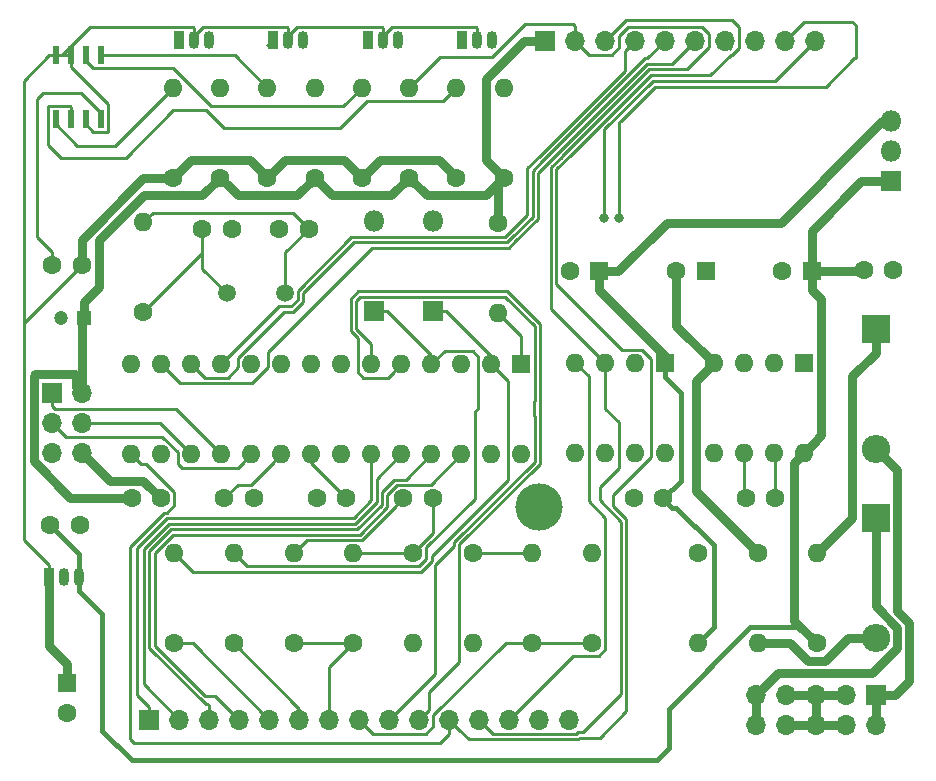
<source format=gtl>
G04 #@! TF.GenerationSoftware,KiCad,Pcbnew,(5.0.0)*
G04 #@! TF.CreationDate,2019-04-04T01:40:39-07:00*
G04 #@! TF.ProjectId,kicad-cpu-board,6B696361642D6370752D626F6172642E,rev?*
G04 #@! TF.SameCoordinates,Original*
G04 #@! TF.FileFunction,Copper,L1,Top,Signal*
G04 #@! TF.FilePolarity,Positive*
%FSLAX46Y46*%
G04 Gerber Fmt 4.6, Leading zero omitted, Abs format (unit mm)*
G04 Created by KiCad (PCBNEW (5.0.0)) date 04/04/19 01:40:39*
%MOMM*%
%LPD*%
G01*
G04 APERTURE LIST*
G04 #@! TA.AperFunction,ComponentPad*
%ADD10R,1.600000X1.600000*%
G04 #@! TD*
G04 #@! TA.AperFunction,ComponentPad*
%ADD11O,1.600000X1.600000*%
G04 #@! TD*
G04 #@! TA.AperFunction,ComponentPad*
%ADD12C,1.600000*%
G04 #@! TD*
G04 #@! TA.AperFunction,ComponentPad*
%ADD13C,1.200000*%
G04 #@! TD*
G04 #@! TA.AperFunction,ComponentPad*
%ADD14R,1.200000X1.200000*%
G04 #@! TD*
G04 #@! TA.AperFunction,ComponentPad*
%ADD15O,1.800000X1.800000*%
G04 #@! TD*
G04 #@! TA.AperFunction,ComponentPad*
%ADD16R,1.800000X1.800000*%
G04 #@! TD*
G04 #@! TA.AperFunction,ComponentPad*
%ADD17R,2.400000X2.400000*%
G04 #@! TD*
G04 #@! TA.AperFunction,ComponentPad*
%ADD18O,2.400000X2.400000*%
G04 #@! TD*
G04 #@! TA.AperFunction,ComponentPad*
%ADD19O,1.700000X1.700000*%
G04 #@! TD*
G04 #@! TA.AperFunction,ComponentPad*
%ADD20R,1.700000X1.700000*%
G04 #@! TD*
G04 #@! TA.AperFunction,ComponentPad*
%ADD21O,0.900000X1.500000*%
G04 #@! TD*
G04 #@! TA.AperFunction,ComponentPad*
%ADD22R,0.900000X1.500000*%
G04 #@! TD*
G04 #@! TA.AperFunction,SMDPad,CuDef*
%ADD23R,0.600000X1.550000*%
G04 #@! TD*
G04 #@! TA.AperFunction,ComponentPad*
%ADD24C,1.500000*%
G04 #@! TD*
G04 #@! TA.AperFunction,ViaPad*
%ADD25C,4.000000*%
G04 #@! TD*
G04 #@! TA.AperFunction,ViaPad*
%ADD26C,0.800000*%
G04 #@! TD*
G04 #@! TA.AperFunction,Conductor*
%ADD27C,0.250000*%
G04 #@! TD*
G04 #@! TA.AperFunction,Conductor*
%ADD28C,0.800000*%
G04 #@! TD*
G04 #@! TA.AperFunction,Conductor*
%ADD29C,0.400000*%
G04 #@! TD*
G04 APERTURE END LIST*
D10*
G04 #@! TO.P,U106,1*
G04 #@! TO.N,+5V*
X80200000Y-76900000D03*
D11*
G04 #@! TO.P,U106,5*
G04 #@! TO.N,GND*
X72580000Y-84520000D03*
G04 #@! TO.P,U106,2*
G04 #@! TO.N,CS3*
X77660000Y-76900000D03*
G04 #@! TO.P,U106,6*
G04 #@! TO.N,Net-(U105-Pad5)*
X75120000Y-84520000D03*
G04 #@! TO.P,U106,3*
G04 #@! TO.N,SCK*
X75120000Y-76900000D03*
G04 #@! TO.P,U106,7*
G04 #@! TO.N,GND*
X77660000Y-84520000D03*
G04 #@! TO.P,U106,4*
G04 #@! TO.N,MOSI*
X72580000Y-76900000D03*
G04 #@! TO.P,U106,8*
G04 #@! TO.N,Net-(U105-Pad3)*
X80200000Y-84520000D03*
G04 #@! TD*
D12*
G04 #@! TO.P,C115,1*
G04 #@! TO.N,+12V*
X97000000Y-69000000D03*
G04 #@! TO.P,C115,2*
G04 #@! TO.N,GND*
X99500000Y-69000000D03*
G04 #@! TD*
G04 #@! TO.P,C116,2*
G04 #@! TO.N,GND*
X30625001Y-90625001D03*
G04 #@! TO.P,C116,1*
G04 #@! TO.N,+12V*
X28125001Y-90625001D03*
G04 #@! TD*
D11*
G04 #@! TO.P,U103,28*
G04 #@! TO.N,ENC2*
X68000000Y-84620000D03*
G04 #@! TO.P,U103,14*
G04 #@! TO.N,CS2*
X34980000Y-77000000D03*
G04 #@! TO.P,U103,27*
G04 #@! TO.N,ENC1*
X65460000Y-84620000D03*
G04 #@! TO.P,U103,13*
G04 #@! TO.N,DIG3*
X37520000Y-77000000D03*
G04 #@! TO.P,U103,26*
G04 #@! TO.N,AD4*
X62920000Y-84620000D03*
G04 #@! TO.P,U103,12*
G04 #@! TO.N,DIG2*
X40060000Y-77000000D03*
G04 #@! TO.P,U103,25*
G04 #@! TO.N,AD3*
X60380000Y-84620000D03*
G04 #@! TO.P,U103,11*
G04 #@! TO.N,DIG1*
X42600000Y-77000000D03*
G04 #@! TO.P,U103,24*
G04 #@! TO.N,AD2*
X57840000Y-84620000D03*
G04 #@! TO.P,U103,10*
G04 #@! TO.N,Net-(C107-Pad2)*
X45140000Y-77000000D03*
G04 #@! TO.P,U103,23*
G04 #@! TO.N,AD1*
X55300000Y-84620000D03*
G04 #@! TO.P,U103,9*
G04 #@! TO.N,Net-(C105-Pad2)*
X47680000Y-77000000D03*
G04 #@! TO.P,U103,22*
G04 #@! TO.N,GND*
X52760000Y-84620000D03*
G04 #@! TO.P,U103,8*
X50220000Y-77000000D03*
G04 #@! TO.P,U103,21*
G04 #@! TO.N,Net-(C106-Pad1)*
X50220000Y-84620000D03*
G04 #@! TO.P,U103,7*
G04 #@! TO.N,+5V*
X52760000Y-77000000D03*
G04 #@! TO.P,U103,20*
G04 #@! TO.N,Net-(C104-Pad1)*
X47680000Y-84620000D03*
G04 #@! TO.P,U103,6*
G04 #@! TO.N,ResetIn*
X55300000Y-77000000D03*
G04 #@! TO.P,U103,19*
G04 #@! TO.N,SCK*
X45140000Y-84620000D03*
G04 #@! TO.P,U103,5*
G04 #@! TO.N,ClockIn*
X57840000Y-77000000D03*
G04 #@! TO.P,U103,18*
G04 #@! TO.N,MISO*
X42600000Y-84620000D03*
G04 #@! TO.P,U103,4*
G04 #@! TO.N,Net-(D102-Pad1)*
X60380000Y-77000000D03*
G04 #@! TO.P,U103,17*
G04 #@! TO.N,MOSI*
X40060000Y-84620000D03*
G04 #@! TO.P,U103,3*
G04 #@! TO.N,CS3*
X62920000Y-77000000D03*
G04 #@! TO.P,U103,16*
G04 #@! TO.N,CS0*
X37520000Y-84620000D03*
G04 #@! TO.P,U103,2*
G04 #@! TO.N,Net-(D101-Pad1)*
X65460000Y-77000000D03*
G04 #@! TO.P,U103,15*
G04 #@! TO.N,CS1*
X34980000Y-84620000D03*
D10*
G04 #@! TO.P,U103,1*
G04 #@! TO.N,RESET*
X68000000Y-77000000D03*
G04 #@! TD*
D12*
G04 #@! TO.P,C101,2*
G04 #@! TO.N,GND*
X72100000Y-69100000D03*
D10*
G04 #@! TO.P,C101,1*
G04 #@! TO.N,+5V*
X74600000Y-69100000D03*
G04 #@! TD*
D13*
G04 #@! TO.P,C102,2*
G04 #@! TO.N,GND*
X29000000Y-73100000D03*
D14*
G04 #@! TO.P,C102,1*
G04 #@! TO.N,+5V*
X31000000Y-73100000D03*
G04 #@! TD*
D12*
G04 #@! TO.P,C103,1*
G04 #@! TO.N,+5V*
X80000000Y-88350000D03*
G04 #@! TO.P,C103,2*
G04 #@! TO.N,GND*
X77500000Y-88350000D03*
G04 #@! TD*
G04 #@! TO.P,C104,2*
G04 #@! TO.N,GND*
X45350000Y-88350000D03*
G04 #@! TO.P,C104,1*
G04 #@! TO.N,Net-(C104-Pad1)*
X42850000Y-88350000D03*
G04 #@! TD*
G04 #@! TO.P,C105,2*
G04 #@! TO.N,Net-(C105-Pad2)*
X50000000Y-65500000D03*
G04 #@! TO.P,C105,1*
G04 #@! TO.N,GND*
X47500000Y-65500000D03*
G04 #@! TD*
G04 #@! TO.P,C106,1*
G04 #@! TO.N,Net-(C106-Pad1)*
X53200000Y-88350000D03*
G04 #@! TO.P,C106,2*
G04 #@! TO.N,GND*
X50700000Y-88350000D03*
G04 #@! TD*
G04 #@! TO.P,C107,2*
G04 #@! TO.N,Net-(C107-Pad2)*
X41000000Y-65500000D03*
G04 #@! TO.P,C107,1*
G04 #@! TO.N,GND*
X43500000Y-65500000D03*
G04 #@! TD*
D10*
G04 #@! TO.P,C108,1*
G04 #@! TO.N,+3V3*
X29525000Y-104000000D03*
D12*
G04 #@! TO.P,C108,2*
G04 #@! TO.N,GND*
X29525000Y-106500000D03*
G04 #@! TD*
G04 #@! TO.P,C109,2*
G04 #@! TO.N,GND*
X90100000Y-69100000D03*
D10*
G04 #@! TO.P,C109,1*
G04 #@! TO.N,+12V*
X92600000Y-69100000D03*
G04 #@! TD*
G04 #@! TO.P,C110,1*
G04 #@! TO.N,GND*
X83600000Y-69100000D03*
D12*
G04 #@! TO.P,C110,2*
G04 #@! TO.N,-12VA*
X81100000Y-69100000D03*
G04 #@! TD*
G04 #@! TO.P,C111,2*
G04 #@! TO.N,+3V3*
X30775000Y-68600000D03*
G04 #@! TO.P,C111,1*
G04 #@! TO.N,GND*
X28275000Y-68600000D03*
G04 #@! TD*
G04 #@! TO.P,C112,2*
G04 #@! TO.N,GND*
X37500000Y-88350000D03*
G04 #@! TO.P,C112,1*
G04 #@! TO.N,+5V*
X35000000Y-88350000D03*
G04 #@! TD*
G04 #@! TO.P,C113,1*
G04 #@! TO.N,Net-(C113-Pad1)*
X58000000Y-88350000D03*
G04 #@! TO.P,C113,2*
G04 #@! TO.N,Net-(C113-Pad2)*
X60500000Y-88350000D03*
G04 #@! TD*
G04 #@! TO.P,C114,2*
G04 #@! TO.N,Net-(C114-Pad2)*
X87000000Y-88350000D03*
G04 #@! TO.P,C114,1*
G04 #@! TO.N,Net-(C114-Pad1)*
X89500000Y-88350000D03*
G04 #@! TD*
D15*
G04 #@! TO.P,D101,2*
G04 #@! TO.N,GND*
X60500000Y-64880000D03*
D16*
G04 #@! TO.P,D101,1*
G04 #@! TO.N,Net-(D101-Pad1)*
X60500000Y-72500000D03*
G04 #@! TD*
G04 #@! TO.P,D102,1*
G04 #@! TO.N,Net-(D102-Pad1)*
X55500000Y-72500000D03*
D15*
G04 #@! TO.P,D102,2*
G04 #@! TO.N,GND*
X55500000Y-64880000D03*
G04 #@! TD*
D17*
G04 #@! TO.P,D103,1*
G04 #@! TO.N,Net-(D103-Pad1)*
X98000000Y-74000000D03*
D18*
G04 #@! TO.P,D103,2*
G04 #@! TO.N,Net-(D103-Pad2)*
X98000000Y-84160000D03*
G04 #@! TD*
G04 #@! TO.P,D104,2*
G04 #@! TO.N,Net-(D104-Pad2)*
X98000000Y-100160000D03*
D17*
G04 #@! TO.P,D104,1*
G04 #@! TO.N,Net-(D104-Pad1)*
X98000000Y-90000000D03*
G04 #@! TD*
D19*
G04 #@! TO.P,J101,6*
G04 #@! TO.N,GND*
X30790000Y-84480000D03*
G04 #@! TO.P,J101,5*
G04 #@! TO.N,RESET*
X28250000Y-84480000D03*
G04 #@! TO.P,J101,4*
G04 #@! TO.N,MOSI*
X30790000Y-81940000D03*
G04 #@! TO.P,J101,3*
G04 #@! TO.N,SCK*
X28250000Y-81940000D03*
G04 #@! TO.P,J101,2*
G04 #@! TO.N,+5V*
X30790000Y-79400000D03*
D20*
G04 #@! TO.P,J101,1*
G04 #@! TO.N,MISO*
X28250000Y-79400000D03*
G04 #@! TD*
D19*
G04 #@! TO.P,J102,10*
G04 #@! TO.N,ENC1*
X92875993Y-49594547D03*
G04 #@! TO.P,J102,9*
G04 #@! TO.N,ENC2*
X90335993Y-49594547D03*
G04 #@! TO.P,J102,8*
G04 #@! TO.N,GND*
X87795993Y-49594547D03*
G04 #@! TO.P,J102,7*
X85255993Y-49594547D03*
G04 #@! TO.P,J102,6*
G04 #@! TO.N,DIG3*
X82715993Y-49594547D03*
G04 #@! TO.P,J102,5*
G04 #@! TO.N,DIG2*
X80175993Y-49594547D03*
G04 #@! TO.P,J102,4*
G04 #@! TO.N,DIG1*
X77635993Y-49594547D03*
G04 #@! TO.P,J102,3*
G04 #@! TO.N,CS1*
X75095993Y-49594547D03*
G04 #@! TO.P,J102,2*
G04 #@! TO.N,SCK*
X72555993Y-49594547D03*
D20*
G04 #@! TO.P,J102,1*
G04 #@! TO.N,+5V*
X70015993Y-49594547D03*
G04 #@! TD*
D19*
G04 #@! TO.P,J103,15*
G04 #@! TO.N,CS0*
X72075993Y-107094547D03*
G04 #@! TO.P,J103,14*
G04 #@! TO.N,MISO*
X69535993Y-107094547D03*
G04 #@! TO.P,J103,13*
G04 #@! TO.N,MOSI*
X66995993Y-107094547D03*
G04 #@! TO.P,J103,12*
G04 #@! TO.N,SCK*
X64455993Y-107094547D03*
G04 #@! TO.P,J103,11*
G04 #@! TO.N,CS1*
X61915993Y-107094547D03*
G04 #@! TO.P,J103,10*
G04 #@! TO.N,ClockIn*
X59375993Y-107094547D03*
G04 #@! TO.P,J103,9*
G04 #@! TO.N,ResetIn*
X56835993Y-107094547D03*
G04 #@! TO.P,J103,8*
G04 #@! TO.N,CV*
X54295993Y-107094547D03*
G04 #@! TO.P,J103,7*
G04 #@! TO.N,Pitch*
X51755993Y-107094547D03*
G04 #@! TO.P,J103,6*
G04 #@! TO.N,ClockOut*
X49215993Y-107094547D03*
G04 #@! TO.P,J103,5*
G04 #@! TO.N,Gate*
X46675993Y-107094547D03*
G04 #@! TO.P,J103,4*
G04 #@! TO.N,AD4*
X44135993Y-107094547D03*
G04 #@! TO.P,J103,3*
G04 #@! TO.N,AD3*
X41595993Y-107094547D03*
G04 #@! TO.P,J103,2*
G04 #@! TO.N,AD2*
X39055993Y-107094547D03*
D20*
G04 #@! TO.P,J103,1*
G04 #@! TO.N,AD1*
X36515993Y-107094547D03*
G04 #@! TD*
D19*
G04 #@! TO.P,J104,10*
G04 #@! TO.N,Net-(D104-Pad1)*
X87840000Y-107540000D03*
G04 #@! TO.P,J104,9*
X87840000Y-105000000D03*
G04 #@! TO.P,J104,8*
G04 #@! TO.N,GND*
X90380000Y-107540000D03*
G04 #@! TO.P,J104,7*
X90380000Y-105000000D03*
G04 #@! TO.P,J104,6*
X92920000Y-107540000D03*
G04 #@! TO.P,J104,5*
X92920000Y-105000000D03*
G04 #@! TO.P,J104,4*
X95460000Y-107540000D03*
G04 #@! TO.P,J104,3*
X95460000Y-105000000D03*
G04 #@! TO.P,J104,2*
G04 #@! TO.N,Net-(D103-Pad2)*
X98000000Y-107540000D03*
D20*
G04 #@! TO.P,J104,1*
X98000000Y-105000000D03*
G04 #@! TD*
D11*
G04 #@! TO.P,L101,2*
G04 #@! TO.N,+5V*
X83000000Y-100570000D03*
D12*
G04 #@! TO.P,L101,1*
G04 #@! TO.N,Net-(C104-Pad1)*
X83000000Y-92950000D03*
G04 #@! TD*
D11*
G04 #@! TO.P,L102,2*
G04 #@! TO.N,Net-(D103-Pad1)*
X93000000Y-92980000D03*
D12*
G04 #@! TO.P,L102,1*
G04 #@! TO.N,+12V*
X93000000Y-100600000D03*
G04 #@! TD*
G04 #@! TO.P,L103,1*
G04 #@! TO.N,-12VA*
X88000000Y-92950000D03*
D11*
G04 #@! TO.P,L103,2*
G04 #@! TO.N,Net-(D104-Pad2)*
X88000000Y-100570000D03*
G04 #@! TD*
D21*
G04 #@! TO.P,Q101,2*
G04 #@! TO.N,+3V3*
X64270000Y-49500000D03*
G04 #@! TO.P,Q101,3*
G04 #@! TO.N,MISO*
X65540000Y-49500000D03*
D22*
G04 #@! TO.P,Q101,1*
G04 #@! TO.N,Net-(Q101-Pad1)*
X63000000Y-49500000D03*
G04 #@! TD*
D21*
G04 #@! TO.P,Q102,2*
G04 #@! TO.N,+3V3*
X48270000Y-49500000D03*
G04 #@! TO.P,Q102,3*
G04 #@! TO.N,MOSI*
X49540000Y-49500000D03*
D22*
G04 #@! TO.P,Q102,1*
G04 #@! TO.N,Net-(Q102-Pad1)*
X47000000Y-49500000D03*
G04 #@! TD*
G04 #@! TO.P,Q103,1*
G04 #@! TO.N,Net-(Q103-Pad1)*
X39000000Y-49500000D03*
D21*
G04 #@! TO.P,Q103,3*
G04 #@! TO.N,CS2*
X41540000Y-49500000D03*
G04 #@! TO.P,Q103,2*
G04 #@! TO.N,+3V3*
X40270000Y-49500000D03*
G04 #@! TD*
D22*
G04 #@! TO.P,Q104,1*
G04 #@! TO.N,Net-(Q104-Pad1)*
X55000000Y-49500000D03*
D21*
G04 #@! TO.P,Q104,3*
G04 #@! TO.N,SCK*
X57540000Y-49500000D03*
G04 #@! TO.P,Q104,2*
G04 #@! TO.N,+3V3*
X56270000Y-49500000D03*
G04 #@! TD*
D12*
G04 #@! TO.P,R101,1*
G04 #@! TO.N,Net-(C107-Pad2)*
X36000000Y-72600000D03*
D11*
G04 #@! TO.P,R101,2*
G04 #@! TO.N,Net-(C105-Pad2)*
X36000000Y-64980000D03*
G04 #@! TD*
D12*
G04 #@! TO.P,R102,1*
G04 #@! TO.N,+5V*
X66000000Y-65000000D03*
D11*
G04 #@! TO.P,R102,2*
G04 #@! TO.N,RESET*
X66000000Y-72620000D03*
G04 #@! TD*
D12*
G04 #@! TO.P,R103,1*
G04 #@! TO.N,Gate*
X38600000Y-100600000D03*
D11*
G04 #@! TO.P,R103,2*
G04 #@! TO.N,Net-(D101-Pad1)*
X38600000Y-92980000D03*
G04 #@! TD*
G04 #@! TO.P,R104,2*
G04 #@! TO.N,Net-(Q101-Pad1)*
X62500000Y-53580000D03*
D12*
G04 #@! TO.P,R104,1*
G04 #@! TO.N,+3V3*
X62500000Y-61200000D03*
G04 #@! TD*
D11*
G04 #@! TO.P,R105,2*
G04 #@! TO.N,MISO*
X66500000Y-53580000D03*
D12*
G04 #@! TO.P,R105,1*
G04 #@! TO.N,+5V*
X66500000Y-61200000D03*
G04 #@! TD*
G04 #@! TO.P,R106,1*
G04 #@! TO.N,+3V3*
X46500000Y-61200000D03*
D11*
G04 #@! TO.P,R106,2*
G04 #@! TO.N,Net-(Q102-Pad1)*
X46500000Y-53580000D03*
G04 #@! TD*
G04 #@! TO.P,R107,2*
G04 #@! TO.N,MOSI*
X50500000Y-53580000D03*
D12*
G04 #@! TO.P,R107,1*
G04 #@! TO.N,+5V*
X50500000Y-61200000D03*
G04 #@! TD*
D11*
G04 #@! TO.P,R108,2*
G04 #@! TO.N,Net-(D102-Pad1)*
X43657142Y-92980000D03*
D12*
G04 #@! TO.P,R108,1*
G04 #@! TO.N,ClockOut*
X43657142Y-100600000D03*
G04 #@! TD*
D11*
G04 #@! TO.P,R109,2*
G04 #@! TO.N,Net-(Q103-Pad1)*
X38500000Y-53580000D03*
D12*
G04 #@! TO.P,R109,1*
G04 #@! TO.N,+3V3*
X38500000Y-61200000D03*
G04 #@! TD*
G04 #@! TO.P,R110,1*
G04 #@! TO.N,+5V*
X42500000Y-61200000D03*
D11*
G04 #@! TO.P,R110,2*
G04 #@! TO.N,CS2*
X42500000Y-53580000D03*
G04 #@! TD*
G04 #@! TO.P,R111,2*
G04 #@! TO.N,Net-(Q104-Pad1)*
X54500000Y-53580000D03*
D12*
G04 #@! TO.P,R111,1*
G04 #@! TO.N,+3V3*
X54500000Y-61200000D03*
G04 #@! TD*
G04 #@! TO.P,R112,1*
G04 #@! TO.N,+5V*
X58500000Y-61200000D03*
D11*
G04 #@! TO.P,R112,2*
G04 #@! TO.N,SCK*
X58500000Y-53580000D03*
G04 #@! TD*
G04 #@! TO.P,R113,2*
G04 #@! TO.N,Net-(C113-Pad1)*
X48714284Y-92980000D03*
D12*
G04 #@! TO.P,R113,1*
G04 #@! TO.N,Pitch*
X48714284Y-100600000D03*
G04 #@! TD*
G04 #@! TO.P,R114,1*
G04 #@! TO.N,Net-(C113-Pad2)*
X58828568Y-92950000D03*
D11*
G04 #@! TO.P,R114,2*
G04 #@! TO.N,GND*
X58828568Y-100570000D03*
G04 #@! TD*
G04 #@! TO.P,R115,2*
G04 #@! TO.N,Net-(C113-Pad2)*
X53771426Y-92980000D03*
D12*
G04 #@! TO.P,R115,1*
G04 #@! TO.N,Pitch*
X53771426Y-100600000D03*
G04 #@! TD*
G04 #@! TO.P,R116,1*
G04 #@! TO.N,CV*
X74000000Y-100600000D03*
D11*
G04 #@! TO.P,R116,2*
G04 #@! TO.N,Net-(C114-Pad1)*
X74000000Y-92980000D03*
G04 #@! TD*
G04 #@! TO.P,R117,2*
G04 #@! TO.N,GND*
X63885710Y-100570000D03*
D12*
G04 #@! TO.P,R117,1*
G04 #@! TO.N,Net-(C114-Pad2)*
X63885710Y-92950000D03*
G04 #@! TD*
G04 #@! TO.P,R118,1*
G04 #@! TO.N,CV*
X68942852Y-100600000D03*
D11*
G04 #@! TO.P,R118,2*
G04 #@! TO.N,Net-(C114-Pad2)*
X68942852Y-92980000D03*
G04 #@! TD*
D15*
G04 #@! TO.P,U101,3*
G04 #@! TO.N,+5V*
X99300000Y-56420000D03*
G04 #@! TO.P,U101,2*
G04 #@! TO.N,GND*
X99300000Y-58960000D03*
D16*
G04 #@! TO.P,U101,1*
G04 #@! TO.N,+12V*
X99300000Y-61500000D03*
G04 #@! TD*
D22*
G04 #@! TO.P,U102,1*
G04 #@! TO.N,+3V3*
X28000000Y-95000000D03*
D21*
G04 #@! TO.P,U102,3*
G04 #@! TO.N,+12V*
X30540000Y-95000000D03*
G04 #@! TO.P,U102,2*
G04 #@! TO.N,GND*
X29270000Y-95000000D03*
G04 #@! TD*
D23*
G04 #@! TO.P,U104,8*
G04 #@! TO.N,+3V3*
X28595000Y-50800000D03*
G04 #@! TO.P,U104,7*
X29865000Y-50800000D03*
G04 #@! TO.P,U104,6*
G04 #@! TO.N,Net-(Q104-Pad1)*
X31135000Y-50800000D03*
G04 #@! TO.P,U104,5*
G04 #@! TO.N,Net-(Q102-Pad1)*
X32405000Y-50800000D03*
G04 #@! TO.P,U104,4*
G04 #@! TO.N,GND*
X32405000Y-56200000D03*
G04 #@! TO.P,U104,3*
G04 #@! TO.N,+3V3*
X31135000Y-56200000D03*
G04 #@! TO.P,U104,2*
G04 #@! TO.N,Net-(Q101-Pad1)*
X29865000Y-56200000D03*
G04 #@! TO.P,U104,1*
G04 #@! TO.N,Net-(Q103-Pad1)*
X28595000Y-56200000D03*
G04 #@! TD*
D11*
G04 #@! TO.P,U105,8*
G04 #@! TO.N,+12V*
X91900000Y-84520000D03*
G04 #@! TO.P,U105,4*
G04 #@! TO.N,-12VA*
X84280000Y-76900000D03*
G04 #@! TO.P,U105,7*
G04 #@! TO.N,Net-(C114-Pad1)*
X89360000Y-84520000D03*
G04 #@! TO.P,U105,3*
G04 #@! TO.N,Net-(U105-Pad3)*
X86820000Y-76900000D03*
G04 #@! TO.P,U105,6*
G04 #@! TO.N,Net-(C114-Pad2)*
X86820000Y-84520000D03*
G04 #@! TO.P,U105,2*
G04 #@! TO.N,Net-(C113-Pad2)*
X89360000Y-76900000D03*
G04 #@! TO.P,U105,5*
G04 #@! TO.N,Net-(U105-Pad5)*
X84280000Y-84520000D03*
D10*
G04 #@! TO.P,U105,1*
G04 #@! TO.N,Net-(C113-Pad1)*
X91900000Y-76900000D03*
G04 #@! TD*
D24*
G04 #@! TO.P,Y101,2*
G04 #@! TO.N,Net-(C107-Pad2)*
X43100000Y-71000000D03*
G04 #@! TO.P,Y101,1*
G04 #@! TO.N,Net-(C105-Pad2)*
X48000000Y-71000000D03*
G04 #@! TD*
D25*
G04 #@! TO.N,GND*
X69500000Y-89050000D03*
D26*
G04 #@! TO.N,ENC1*
X75000000Y-64600000D03*
G04 #@! TO.N,ENC2*
X76300000Y-64600000D03*
G04 #@! TD*
D27*
G04 #@! TO.N,GND*
X28275000Y-67468630D02*
X27000000Y-66193630D01*
X28275000Y-68600000D02*
X28275000Y-67468630D01*
X27000000Y-66193630D02*
X27000000Y-54500000D01*
X27000000Y-54500000D02*
X27500000Y-54000000D01*
X32405000Y-55725000D02*
X32405000Y-56200000D01*
X30680000Y-54000000D02*
X32405000Y-55725000D01*
X27500000Y-54000000D02*
X30680000Y-54000000D01*
D28*
X95460000Y-105000000D02*
X90380000Y-105000000D01*
X90380000Y-107540000D02*
X95460000Y-107540000D01*
X92920000Y-107540000D02*
X92920000Y-105000000D01*
X31639999Y-85329999D02*
X30790000Y-84480000D01*
X33159999Y-86849999D02*
X31639999Y-85329999D01*
X35999999Y-86849999D02*
X33159999Y-86849999D01*
X37500000Y-88350000D02*
X35999999Y-86849999D01*
D27*
X85697998Y-50036274D02*
X85700000Y-50038276D01*
X85697998Y-48908272D02*
X85697998Y-50036274D01*
X85700000Y-50038276D02*
X85700000Y-50300000D01*
X88237998Y-49600000D02*
X88237998Y-50062002D01*
X88237998Y-49600000D02*
X88237998Y-48908272D01*
D28*
G04 #@! TO.N,+5V*
X66000000Y-61700000D02*
X66500000Y-61200000D01*
X66000000Y-65000000D02*
X66000000Y-61700000D01*
X30332500Y-78942500D02*
X30790000Y-79400000D01*
X30332500Y-78000000D02*
X30332500Y-78942500D01*
D29*
X80200000Y-78100000D02*
X80200000Y-76900000D01*
X81500001Y-79400001D02*
X80200000Y-78100000D01*
X81500001Y-86849999D02*
X81500001Y-79400001D01*
X80000000Y-88350000D02*
X81500001Y-86849999D01*
D28*
X26699999Y-77989999D02*
X26839999Y-77849999D01*
X26839999Y-77849999D02*
X30182499Y-77849999D01*
X26699999Y-85224001D02*
X26699999Y-77989999D01*
X29825998Y-88350000D02*
X26699999Y-85224001D01*
X35000000Y-88350000D02*
X29825998Y-88350000D01*
X30182499Y-77849999D02*
X30332500Y-78000000D01*
X43299999Y-61999999D02*
X42500000Y-61200000D01*
X44000001Y-62700001D02*
X43299999Y-61999999D01*
X48999999Y-62700001D02*
X44000001Y-62700001D01*
X50500000Y-61200000D02*
X48999999Y-62700001D01*
X93509999Y-61410001D02*
X93509999Y-61490001D01*
X98500000Y-56420000D02*
X93509999Y-61410001D01*
X93509999Y-61490001D02*
X90000000Y-65000000D01*
X76200000Y-69100000D02*
X74600000Y-69100000D01*
X80300000Y-65000000D02*
X76200000Y-69100000D01*
X90000000Y-65000000D02*
X80300000Y-65000000D01*
D29*
X80799999Y-89149999D02*
X80000000Y-88350000D01*
X81124001Y-89149999D02*
X80799999Y-89149999D01*
X84300001Y-92325999D02*
X81124001Y-89149999D01*
X84300001Y-99269999D02*
X84300001Y-92325999D01*
X83000000Y-100570000D02*
X84300001Y-99269999D01*
D28*
X65700001Y-61999999D02*
X66500000Y-61200000D01*
X64999999Y-62700001D02*
X65700001Y-61999999D01*
X60000001Y-62700001D02*
X64999999Y-62700001D01*
X58500000Y-61200000D02*
X60000001Y-62700001D01*
X51299999Y-61999999D02*
X50500000Y-61200000D01*
X52000001Y-62700001D02*
X51299999Y-61999999D01*
X56999999Y-62700001D02*
X52000001Y-62700001D01*
X58500000Y-61200000D02*
X56999999Y-62700001D01*
X30790000Y-73310000D02*
X31000000Y-73100000D01*
X30790000Y-79400000D02*
X30790000Y-73310000D01*
X65700001Y-60400001D02*
X66500000Y-61200000D01*
X64999999Y-59699999D02*
X65700001Y-60400001D01*
X64999999Y-52859999D02*
X64999999Y-59699999D01*
X31000000Y-71700000D02*
X31000000Y-73100000D01*
X32275001Y-70424999D02*
X31000000Y-71700000D01*
X32275001Y-66484997D02*
X32275001Y-70424999D01*
X36059997Y-62700001D02*
X32275001Y-66484997D01*
X40999999Y-62700001D02*
X36059997Y-62700001D01*
X42500000Y-61200000D02*
X40999999Y-62700001D01*
X68265451Y-49594547D02*
X67000000Y-50859998D01*
X70015993Y-49594547D02*
X68265451Y-49594547D01*
X67000000Y-50859998D02*
X64999999Y-52859999D01*
X74600000Y-70700000D02*
X80200000Y-76300000D01*
X74600000Y-69100000D02*
X74600000Y-70700000D01*
X80200000Y-76300000D02*
X80200000Y-76900000D01*
D27*
G04 #@! TO.N,Net-(C104-Pad1)*
X46880001Y-85419999D02*
X47680000Y-84620000D01*
X45075001Y-87224999D02*
X46880001Y-85419999D01*
X43975001Y-87224999D02*
X45075001Y-87224999D01*
X42850000Y-88350000D02*
X43975001Y-87224999D01*
G04 #@! TO.N,Net-(C105-Pad2)*
X48000000Y-67500000D02*
X50000000Y-65500000D01*
X48000000Y-71000000D02*
X48000000Y-67500000D01*
X36799999Y-64180001D02*
X36000000Y-64980000D01*
X48680001Y-64180001D02*
X36799999Y-64180001D01*
X50000000Y-65500000D02*
X48680001Y-64180001D01*
G04 #@! TO.N,Net-(C106-Pad1)*
X50220000Y-85370000D02*
X50220000Y-84620000D01*
X53200000Y-88350000D02*
X50220000Y-85370000D01*
G04 #@! TO.N,Net-(C107-Pad2)*
X41000000Y-68900000D02*
X43100000Y-71000000D01*
X41000000Y-65500000D02*
X41000000Y-68900000D01*
X41000000Y-67600000D02*
X36000000Y-72600000D01*
X41000000Y-65500000D02*
X41000000Y-67600000D01*
D28*
G04 #@! TO.N,+3V3*
X28000000Y-96550000D02*
X28000000Y-95000000D01*
X28000000Y-100875000D02*
X28000000Y-96550000D01*
X29525000Y-102400000D02*
X28000000Y-100875000D01*
X29525000Y-104000000D02*
X29525000Y-102400000D01*
D27*
X28000000Y-94000000D02*
X28000000Y-95000000D01*
X25874988Y-91874988D02*
X28000000Y-94000000D01*
X30775000Y-68600000D02*
X25874988Y-73500012D01*
X31135000Y-56675000D02*
X31135000Y-56200000D01*
X31760001Y-57300001D02*
X31135000Y-56675000D01*
X32965001Y-57300001D02*
X31760001Y-57300001D01*
X33030001Y-57235001D02*
X32965001Y-57300001D01*
X33030001Y-54990001D02*
X33030001Y-57235001D01*
X29865000Y-51825000D02*
X33030001Y-54990001D01*
X29865000Y-50800000D02*
X29865000Y-51825000D01*
X29865000Y-50800000D02*
X28595000Y-50800000D01*
X40270000Y-48500000D02*
X40270000Y-49500000D01*
X40194999Y-48424999D02*
X40270000Y-48500000D01*
X31520001Y-48424999D02*
X40194999Y-48424999D01*
X29145000Y-50800000D02*
X31520001Y-48424999D01*
X28595000Y-50800000D02*
X29145000Y-50800000D01*
X25874988Y-73500012D02*
X25874988Y-75500000D01*
X25874988Y-75500000D02*
X25874988Y-91874988D01*
X25874988Y-52970012D02*
X25874988Y-53500000D01*
X28045000Y-50800000D02*
X25874988Y-52970012D01*
X28595000Y-50800000D02*
X28045000Y-50800000D01*
X25874988Y-53500000D02*
X25874988Y-75500000D01*
D28*
X45700001Y-60400001D02*
X46500000Y-61200000D01*
X44999999Y-59699999D02*
X45700001Y-60400001D01*
X40000001Y-59699999D02*
X44999999Y-59699999D01*
X38500000Y-61200000D02*
X40000001Y-59699999D01*
X53700001Y-60400001D02*
X54500000Y-61200000D01*
X52999999Y-59699999D02*
X53700001Y-60400001D01*
X48000001Y-59699999D02*
X52999999Y-59699999D01*
X46500000Y-61200000D02*
X48000001Y-59699999D01*
X61700001Y-60400001D02*
X62500000Y-61200000D01*
X60999999Y-59699999D02*
X61700001Y-60400001D01*
X56000001Y-59699999D02*
X60999999Y-59699999D01*
X54500000Y-61200000D02*
X56000001Y-59699999D01*
D27*
X56270000Y-48500000D02*
X56270000Y-49500000D01*
X56194990Y-48424990D02*
X56270000Y-48500000D01*
X49045010Y-48424990D02*
X56194990Y-48424990D01*
X48270000Y-49200000D02*
X49045010Y-48424990D01*
X48270000Y-49500000D02*
X48270000Y-49200000D01*
X64270000Y-48500000D02*
X64270000Y-49500000D01*
X64194999Y-48424999D02*
X64270000Y-48500000D01*
X57045001Y-48424999D02*
X64194999Y-48424999D01*
X56270000Y-49200000D02*
X57045001Y-48424999D01*
X56270000Y-49500000D02*
X56270000Y-49200000D01*
X48270000Y-48500000D02*
X48270000Y-49500000D01*
X48194990Y-48424990D02*
X48270000Y-48500000D01*
X41045010Y-48424990D02*
X48194990Y-48424990D01*
X40270000Y-49200000D02*
X41045010Y-48424990D01*
X40270000Y-49500000D02*
X40270000Y-49200000D01*
D28*
X36004348Y-61200000D02*
X37368630Y-61200000D01*
X37368630Y-61200000D02*
X38500000Y-61200000D01*
X30775000Y-68600000D02*
X30775000Y-66429348D01*
X30775000Y-66429348D02*
X36004348Y-61200000D01*
D29*
G04 #@! TO.N,+12V*
X30540000Y-95000000D02*
X30540000Y-96150000D01*
X30540000Y-96150000D02*
X32500000Y-98110000D01*
X32500000Y-98110000D02*
X32500000Y-108000000D01*
D28*
X96800000Y-61500000D02*
X98500000Y-61500000D01*
X92600000Y-65700000D02*
X96800000Y-61500000D01*
X92600000Y-69100000D02*
X92600000Y-65700000D01*
X92699999Y-83720001D02*
X91900000Y-84520000D01*
X93400001Y-83019999D02*
X92699999Y-83720001D01*
X93400001Y-71500001D02*
X93400001Y-83019999D01*
X92600000Y-70700000D02*
X93400001Y-71500001D01*
X92600000Y-69100000D02*
X92600000Y-70700000D01*
X91100001Y-85319999D02*
X91900000Y-84520000D01*
X91100001Y-98700001D02*
X91100001Y-85319999D01*
X93000000Y-100600000D02*
X91100001Y-98700001D01*
D29*
X32500000Y-108000000D02*
X35000000Y-110500000D01*
X92200001Y-99800001D02*
X93000000Y-100600000D01*
X91669999Y-99269999D02*
X92200001Y-99800001D01*
X87375999Y-99269999D02*
X91669999Y-99269999D01*
X80500000Y-106145998D02*
X87375999Y-99269999D01*
X79500000Y-110500000D02*
X80500000Y-109500000D01*
X80500000Y-109500000D02*
X80500000Y-106145998D01*
X35000000Y-110500000D02*
X79500000Y-110500000D01*
X30540000Y-93040000D02*
X30540000Y-95000000D01*
X28125001Y-90625001D02*
X30540000Y-93040000D01*
D28*
X96900000Y-69100000D02*
X97000000Y-69000000D01*
X92600000Y-69100000D02*
X96900000Y-69100000D01*
G04 #@! TO.N,-12VA*
X81100000Y-73720000D02*
X84280000Y-76900000D01*
X81100000Y-69100000D02*
X81100000Y-73720000D01*
X83480001Y-77699999D02*
X84280000Y-76900000D01*
X82779999Y-78400001D02*
X83480001Y-77699999D01*
X82779999Y-87729999D02*
X82779999Y-78400001D01*
X88000000Y-92950000D02*
X82779999Y-87729999D01*
D27*
G04 #@! TO.N,Net-(C113-Pad1)*
X57200001Y-89149999D02*
X58000000Y-88350000D01*
X54495001Y-91854999D02*
X57200001Y-89149999D01*
X49839285Y-91854999D02*
X54495001Y-91854999D01*
X48714284Y-92980000D02*
X49839285Y-91854999D01*
G04 #@! TO.N,Net-(C113-Pad2)*
X60500000Y-91278568D02*
X58828568Y-92950000D01*
X60500000Y-88350000D02*
X60500000Y-91278568D01*
X53801426Y-92950000D02*
X53771426Y-92980000D01*
X58828568Y-92950000D02*
X53801426Y-92950000D01*
G04 #@! TO.N,Net-(C114-Pad2)*
X86820000Y-88170000D02*
X87000000Y-88350000D01*
X86820000Y-84520000D02*
X86820000Y-88170000D01*
X68912852Y-92950000D02*
X68942852Y-92980000D01*
X63885710Y-92950000D02*
X68912852Y-92950000D01*
G04 #@! TO.N,Net-(C114-Pad1)*
X89500000Y-84660000D02*
X89360000Y-84520000D01*
X89500000Y-88350000D02*
X89500000Y-84660000D01*
G04 #@! TO.N,Net-(D101-Pad1)*
X65460000Y-76310000D02*
X65460000Y-77000000D01*
X61650000Y-72500000D02*
X65460000Y-76310000D01*
X60500000Y-72500000D02*
X61650000Y-72500000D01*
X66259999Y-77799999D02*
X65460000Y-77000000D01*
X59524969Y-94555012D02*
X60403580Y-93676401D01*
X66874999Y-86773593D02*
X66874999Y-78414999D01*
X38600000Y-92980000D02*
X40175012Y-94555012D01*
X60403580Y-93245011D02*
X66874999Y-86773593D01*
X40175012Y-94555012D02*
X59524969Y-94555012D01*
X60403580Y-93676401D02*
X60403580Y-93245011D01*
X66874999Y-78414999D02*
X66259999Y-77799999D01*
G04 #@! TO.N,Net-(D102-Pad1)*
X60380000Y-76230000D02*
X60380000Y-77000000D01*
X56650000Y-72500000D02*
X60380000Y-76230000D01*
X55500000Y-72500000D02*
X56650000Y-72500000D01*
X59953569Y-93490001D02*
X59953569Y-92461409D01*
X43657142Y-92980000D02*
X44782143Y-94105001D01*
X44782143Y-94105001D02*
X58258567Y-94105001D01*
X59953569Y-92461409D02*
X64045001Y-88369977D01*
X59368569Y-94075001D02*
X59953569Y-93490001D01*
X58288567Y-94075001D02*
X59368569Y-94075001D01*
X58258567Y-94105001D02*
X58288567Y-94075001D01*
X61505001Y-75874999D02*
X63874999Y-75874999D01*
X60380000Y-77000000D02*
X61505001Y-75874999D01*
X64334999Y-80710002D02*
X64045001Y-81000000D01*
X64334999Y-76334999D02*
X64334999Y-80710002D01*
X63874999Y-75874999D02*
X64334999Y-76334999D01*
X64045001Y-88369977D02*
X64045001Y-81000000D01*
D28*
G04 #@! TO.N,Net-(D103-Pad1)*
X98000000Y-76000000D02*
X98000000Y-74000000D01*
X96000000Y-78000000D02*
X98000000Y-76000000D01*
X96000000Y-89980000D02*
X96000000Y-78000000D01*
X93000000Y-92980000D02*
X96000000Y-89980000D01*
G04 #@! TO.N,Net-(D103-Pad2)*
X98000000Y-107540000D02*
X98000000Y-105000000D01*
X99650000Y-105000000D02*
X98000000Y-105000000D01*
X100800012Y-103849988D02*
X99650000Y-105000000D01*
X100800012Y-98881781D02*
X100800012Y-103849988D01*
X99800001Y-97881771D02*
X100800012Y-98881781D01*
X99800001Y-85960001D02*
X99800001Y-97881771D01*
X98000000Y-84160000D02*
X99800001Y-85960001D01*
G04 #@! TO.N,Net-(D104-Pad2)*
X90749998Y-100570000D02*
X89131370Y-100570000D01*
X89131370Y-100570000D02*
X88000000Y-100570000D01*
X92279999Y-102100001D02*
X90749998Y-100570000D01*
X95660002Y-100160000D02*
X93720001Y-102100001D01*
X93720001Y-102100001D02*
X92279999Y-102100001D01*
X98000000Y-100160000D02*
X95660002Y-100160000D01*
G04 #@! TO.N,Net-(D104-Pad1)*
X87840000Y-107540000D02*
X87840000Y-105000000D01*
X98000000Y-97495998D02*
X99800001Y-99295999D01*
X98000000Y-90000000D02*
X98000000Y-97495998D01*
X99800001Y-99295999D02*
X99800001Y-101024001D01*
X88689999Y-104150001D02*
X87840000Y-105000000D01*
X89739989Y-103100012D02*
X88689999Y-104150001D01*
X97723990Y-103100012D02*
X89739989Y-103100012D01*
X99800001Y-101024001D02*
X97723990Y-103100012D01*
D27*
G04 #@! TO.N,RESET*
X68000000Y-74620000D02*
X66000000Y-72620000D01*
X68000000Y-77000000D02*
X68000000Y-74620000D01*
G04 #@! TO.N,MOSI*
X37380000Y-81940000D02*
X30790000Y-81940000D01*
X40060000Y-84620000D02*
X37380000Y-81940000D01*
X75125001Y-90002827D02*
X75125001Y-101140001D01*
X73705001Y-88582826D02*
X75125001Y-90002827D01*
X73705001Y-78025001D02*
X73705001Y-88582826D01*
X72580000Y-76900000D02*
X73705001Y-78025001D01*
X67112996Y-107822272D02*
X66262997Y-106972273D01*
X67845992Y-106244548D02*
X66995993Y-107094547D01*
X72365539Y-101725001D02*
X67845992Y-106244548D01*
X74540001Y-101725001D02*
X72365539Y-101725001D01*
X75125001Y-101140001D02*
X74540001Y-101725001D01*
G04 #@! TO.N,SCK*
X38934999Y-84434999D02*
X38934999Y-85434999D01*
X37615001Y-83115001D02*
X38934999Y-84434999D01*
X28250000Y-81940000D02*
X29425001Y-83115001D01*
X29425001Y-83115001D02*
X37615001Y-83115001D01*
X44340001Y-85419999D02*
X45140000Y-84620000D01*
X44014999Y-85745001D02*
X44340001Y-85419999D01*
X39245001Y-85745001D02*
X44014999Y-85745001D01*
X38934999Y-85434999D02*
X39245001Y-85745001D01*
X75120000Y-76900000D02*
X70524988Y-72304988D01*
X70524988Y-72304988D02*
X70524988Y-64500000D01*
X70524988Y-64500000D02*
X70524988Y-64106692D01*
X59299999Y-52780001D02*
X58500000Y-53580000D01*
X72555993Y-49594547D02*
X72555993Y-48392466D01*
X72555993Y-48392466D02*
X72360799Y-48197272D01*
X72360799Y-48197272D02*
X68302728Y-48197272D01*
X68302728Y-48197272D02*
X65500000Y-51000000D01*
X65500000Y-51000000D02*
X61080000Y-51000000D01*
X61080000Y-51000000D02*
X59299999Y-52780001D01*
X71436410Y-59402179D02*
X70524988Y-60313602D01*
X71436410Y-59400000D02*
X71436410Y-59402179D01*
X83890994Y-50109006D02*
X82000000Y-52000000D01*
X83890994Y-49030546D02*
X83890994Y-50109006D01*
X83279994Y-48419546D02*
X83890994Y-49030546D01*
X70524988Y-60313602D02*
X70524988Y-64500000D01*
X82000000Y-52000000D02*
X78836411Y-52000000D01*
X77071992Y-48419546D02*
X83279994Y-48419546D01*
X78836411Y-52000000D02*
X71436410Y-59400000D01*
X76270994Y-49220544D02*
X77071992Y-48419546D01*
X76270994Y-50158548D02*
X76270994Y-49220544D01*
X75659994Y-50769548D02*
X76270994Y-50158548D01*
X73730994Y-50769548D02*
X75659994Y-50769548D01*
X72555993Y-49594547D02*
X73730994Y-50769548D01*
X76450009Y-104913580D02*
X73216315Y-108147274D01*
X72762268Y-108147274D02*
X72639994Y-108269548D01*
X76245001Y-81881411D02*
X76245001Y-85754999D01*
X72639994Y-108269548D02*
X67302130Y-108269548D01*
X65633727Y-108272281D02*
X65305992Y-107944546D01*
X74636411Y-88500000D02*
X76450009Y-90313599D01*
X75120000Y-80756410D02*
X76245001Y-81881411D01*
X75120000Y-76900000D02*
X75120000Y-80756410D01*
X67299397Y-108272281D02*
X65633727Y-108272281D01*
X65305992Y-107944546D02*
X64455993Y-107094547D01*
X76450009Y-90313599D02*
X76450009Y-104913580D01*
X74636411Y-87363589D02*
X74636411Y-88500000D01*
X76245001Y-85754999D02*
X74636411Y-87363589D01*
X67302130Y-108269548D02*
X67299397Y-108272281D01*
X73216315Y-108147274D02*
X72762268Y-108147274D01*
G04 #@! TO.N,MISO*
X41800001Y-83820001D02*
X42600000Y-84620000D01*
X38744999Y-80764999D02*
X41800001Y-83820001D01*
X28514999Y-80764999D02*
X38744999Y-80764999D01*
X28250000Y-80500000D02*
X28514999Y-80764999D01*
X28250000Y-79400000D02*
X28250000Y-80500000D01*
G04 #@! TO.N,ENC1*
X75011409Y-57100000D02*
X75011409Y-62717589D01*
X79111409Y-53000000D02*
X75011409Y-57100000D01*
X75011409Y-62717589D02*
X75011409Y-64588591D01*
X75011409Y-64588591D02*
X75000000Y-64600000D01*
X89470540Y-53000000D02*
X89000000Y-53000000D01*
X92875993Y-49594547D02*
X89470540Y-53000000D01*
X89000000Y-53000000D02*
X79111409Y-53000000D01*
G04 #@! TO.N,ENC2*
X96297272Y-48297272D02*
X96000000Y-48000000D01*
X96297272Y-51100000D02*
X96200000Y-51100000D01*
X96297272Y-51100000D02*
X96297272Y-48297272D01*
X96200000Y-51100000D02*
X93800000Y-53500000D01*
X79300000Y-53500000D02*
X93800000Y-53500000D01*
X76300000Y-56500000D02*
X76400000Y-56400000D01*
X76300000Y-64600000D02*
X76300000Y-56500000D01*
X76400000Y-56400000D02*
X79300000Y-53500000D01*
X91930540Y-48000000D02*
X94000000Y-48000000D01*
X90335993Y-49594547D02*
X91930540Y-48000000D01*
X96000000Y-48000000D02*
X94000000Y-48000000D01*
X94000000Y-48000000D02*
X93615270Y-48000000D01*
G04 #@! TO.N,DIG3*
X69400000Y-60800000D02*
X69400000Y-64685822D01*
X70200000Y-60000000D02*
X69400000Y-60800000D01*
X69400000Y-64685822D02*
X67500000Y-66585822D01*
X66960802Y-67125020D02*
X67500000Y-66585822D01*
X78650011Y-51549990D02*
X70200000Y-60000000D01*
X39095012Y-78575012D02*
X45229990Y-78575012D01*
X46554999Y-75945001D02*
X55374980Y-67125020D01*
X37520000Y-77000000D02*
X39095012Y-78575012D01*
X55374980Y-67125020D02*
X66960802Y-67125020D01*
X45229990Y-78575012D02*
X46554999Y-77250003D01*
X46554999Y-77250003D02*
X46554999Y-75945001D01*
X80760550Y-51549990D02*
X79000000Y-51549990D01*
X82715993Y-49594547D02*
X80760550Y-51549990D01*
X79000000Y-51549990D02*
X78650011Y-51549990D01*
G04 #@! TO.N,DIG2*
X43140001Y-78125001D02*
X44000000Y-77265002D01*
X41185001Y-78125001D02*
X43140001Y-78125001D01*
X40060000Y-77000000D02*
X41185001Y-78125001D01*
X49525011Y-70949987D02*
X53799988Y-66675010D01*
X49525011Y-71702401D02*
X49525011Y-70949987D01*
X44000000Y-76474998D02*
X47949987Y-72525011D01*
X44000000Y-77265002D02*
X44000000Y-76474998D01*
X47949987Y-72525011D02*
X48702402Y-72525010D01*
X48702402Y-72525010D02*
X49525011Y-71702401D01*
X66774402Y-66675010D02*
X66949412Y-66500000D01*
X53799988Y-66675010D02*
X66774402Y-66675010D01*
X66949412Y-66500000D02*
X66774401Y-66675011D01*
X68949990Y-64499422D02*
X67249412Y-66200000D01*
X67249412Y-66200000D02*
X66949412Y-66500000D01*
X69736390Y-59813600D02*
X68949990Y-60600000D01*
X69749990Y-59813600D02*
X69736390Y-59813600D01*
X78463610Y-51099981D02*
X69749990Y-59813600D01*
X68949990Y-60600000D02*
X68949990Y-64499422D01*
X78670559Y-51099981D02*
X80175993Y-49594547D01*
X78463610Y-51099981D02*
X78670559Y-51099981D01*
G04 #@! TO.N,DIG1*
X78077998Y-50036274D02*
X78077998Y-49098270D01*
X42600000Y-77000000D02*
X47524999Y-72075001D01*
X66588002Y-66225000D02*
X67225001Y-65588001D01*
X53613587Y-66225000D02*
X66588002Y-66225000D01*
X47524999Y-72075001D02*
X48516001Y-72075001D01*
X49075001Y-71516001D02*
X49075001Y-70763586D01*
X49075001Y-70763586D02*
X53613587Y-66225000D01*
X48516001Y-72075001D02*
X49075001Y-71516001D01*
X68499980Y-64313022D02*
X67225001Y-65588001D01*
X68499980Y-60413600D02*
X68499980Y-64313022D01*
X69549989Y-59363591D02*
X68499980Y-60413600D01*
X69563590Y-59363590D02*
X69549989Y-59363591D01*
X70315270Y-58600000D02*
X70315270Y-58611911D01*
X76785994Y-52141187D02*
X70000000Y-58927181D01*
X76785994Y-50444546D02*
X76785994Y-52141187D01*
X77635993Y-49594547D02*
X76785994Y-50444546D01*
X70315270Y-58611911D02*
X70000000Y-58927181D01*
X70000000Y-58927181D02*
X69563590Y-59363590D01*
G04 #@! TO.N,CS1*
X74633398Y-108597285D02*
X76900020Y-106330663D01*
X76900020Y-106330663D02*
X76900020Y-90127199D01*
X75772821Y-88072181D02*
X75772821Y-89000000D01*
X79000000Y-84845002D02*
X75772821Y-88072181D01*
X79000000Y-84000000D02*
X79000000Y-84845002D01*
X76900020Y-90127199D02*
X75772821Y-89000000D01*
X70974999Y-65000000D02*
X70974999Y-70214999D01*
X70974999Y-64297821D02*
X70974999Y-65000000D01*
X70974998Y-60899999D02*
X70974999Y-60900000D01*
X70974998Y-60525002D02*
X70974998Y-60899999D01*
X70974999Y-60500000D02*
X72400000Y-59074999D01*
X70974999Y-61100000D02*
X70974999Y-60500000D01*
X72400000Y-59074999D02*
X72100000Y-59374999D01*
X78974999Y-52500000D02*
X72400000Y-59074999D01*
X70974999Y-60900000D02*
X70974999Y-61100000D01*
X70974999Y-61100000D02*
X70974999Y-65000000D01*
X62765992Y-107944546D02*
X61915993Y-107094547D01*
X63543738Y-108722292D02*
X62765992Y-107944546D01*
X72948668Y-108597285D02*
X72823661Y-108722292D01*
X74633398Y-108597285D02*
X72948668Y-108597285D01*
X72823661Y-108722292D02*
X63543738Y-108722292D01*
X84000000Y-47847261D02*
X85847261Y-47847261D01*
X85866862Y-50769548D02*
X85730452Y-50769548D01*
X86430994Y-50205416D02*
X85866862Y-50769548D01*
X85730452Y-50769548D02*
X84000000Y-52500000D01*
X86430994Y-48430994D02*
X86430994Y-50205416D01*
X85847261Y-47847261D02*
X86430994Y-48430994D01*
X84000000Y-52500000D02*
X78974999Y-52500000D01*
X76843279Y-47847261D02*
X75095993Y-49594547D01*
X79000000Y-47847261D02*
X76843279Y-47847261D01*
X84000000Y-47847261D02*
X79000000Y-47847261D01*
X79000000Y-47847261D02*
X78528009Y-47847261D01*
X78974999Y-84820001D02*
X79000000Y-84845002D01*
X78974999Y-76549997D02*
X78974999Y-84820001D01*
X78200001Y-75774999D02*
X78974999Y-76549997D01*
X76534999Y-75774999D02*
X78200001Y-75774999D01*
X75800000Y-75040000D02*
X76534999Y-75774999D01*
X75800000Y-75040000D02*
X76000000Y-75240000D01*
X70974999Y-70214999D02*
X75800000Y-75040000D01*
X61915993Y-107094547D02*
X61915993Y-108296628D01*
X61112621Y-109100000D02*
X35250000Y-109100000D01*
X61915993Y-108296628D02*
X61112621Y-109100000D01*
X34850000Y-92477180D02*
X34850000Y-108700000D01*
X37777189Y-89549991D02*
X34850000Y-92477180D01*
X37965012Y-89549990D02*
X37777189Y-89549991D01*
X38625001Y-88890001D02*
X37965012Y-89549990D01*
X38625001Y-87809999D02*
X38625001Y-88890001D01*
X36235001Y-85419999D02*
X38625001Y-87809999D01*
X35779999Y-85419999D02*
X36235001Y-85419999D01*
X34980000Y-84620000D02*
X35779999Y-85419999D01*
X35250000Y-109100000D02*
X34850000Y-108700000D01*
G04 #@! TO.N,ClockIn*
X62760709Y-92592094D02*
X62760709Y-92239291D01*
X53549991Y-74186401D02*
X54153599Y-74790009D01*
X56714999Y-78125001D02*
X57040001Y-77799999D01*
X57040001Y-77799999D02*
X57840000Y-77000000D01*
X54625001Y-78125001D02*
X56714999Y-78125001D01*
X53549990Y-71428598D02*
X53549991Y-74186401D01*
X54153599Y-70824989D02*
X53549990Y-71428598D01*
X62760709Y-92239291D02*
X69575012Y-85424988D01*
X66824989Y-70824989D02*
X54153599Y-70824989D01*
X69575011Y-73575011D02*
X66824989Y-70824989D01*
X69575012Y-80288578D02*
X69575011Y-73575011D01*
X54153599Y-77653599D02*
X54625001Y-78125001D01*
X69549991Y-80313599D02*
X69575012Y-80288578D01*
X54153599Y-74790009D02*
X54153599Y-77653599D01*
X69549991Y-81186400D02*
X69549991Y-80313599D01*
X69575012Y-85424988D02*
X69575011Y-81211421D01*
X69575011Y-81211421D02*
X69549991Y-81186400D01*
X60225992Y-106244548D02*
X60225992Y-104774008D01*
X59375993Y-107094547D02*
X60225992Y-106244548D01*
X62760709Y-102239291D02*
X62760709Y-92592094D01*
X60225992Y-104774008D02*
X62760709Y-102239291D01*
G04 #@! TO.N,ResetIn*
X54339999Y-71274999D02*
X54274999Y-71339999D01*
X55300000Y-77000000D02*
X55300000Y-75300000D01*
X55300000Y-75300000D02*
X54000000Y-74000000D01*
X54000000Y-71614998D02*
X54339999Y-71274999D01*
X54000000Y-74000000D02*
X54000000Y-71614998D01*
X69125002Y-85238588D02*
X69125002Y-81397822D01*
X69125002Y-80102178D02*
X69125002Y-73761412D01*
X62310699Y-92405694D02*
X62310700Y-92052890D01*
X69125002Y-73761412D02*
X66638589Y-71274999D01*
X69125002Y-81397822D02*
X69099981Y-81372801D01*
X69099981Y-81372801D02*
X69099982Y-80127198D01*
X60732988Y-93983405D02*
X62310699Y-92405694D01*
X69099982Y-80127198D02*
X69125002Y-80102178D01*
X66638589Y-71274999D02*
X54339999Y-71274999D01*
X62310700Y-92052890D02*
X69125002Y-85238588D01*
X60732987Y-103197553D02*
X60732987Y-102000000D01*
X56835993Y-107094547D02*
X60732987Y-103197553D01*
X60732987Y-102000000D02*
X60732988Y-93983405D01*
G04 #@! TO.N,CV*
X68942852Y-100600000D02*
X74000000Y-100600000D01*
X53771426Y-106763844D02*
X53562997Y-106972273D01*
X67811482Y-100600000D02*
X68942852Y-100600000D01*
X66671538Y-100600000D02*
X67811482Y-100600000D01*
X60550994Y-106720544D02*
X66671538Y-100600000D01*
X60550994Y-107658548D02*
X60550994Y-106720544D01*
X59939994Y-108269548D02*
X60550994Y-107658548D01*
X55470994Y-108269548D02*
X59939994Y-108269548D01*
X54295993Y-107094547D02*
X55470994Y-108269548D01*
G04 #@! TO.N,Pitch*
X53771426Y-100600000D02*
X48714284Y-100600000D01*
X51755993Y-102615433D02*
X53771426Y-100600000D01*
X51755993Y-107094547D02*
X51755993Y-102615433D01*
G04 #@! TO.N,ClockOut*
X49215993Y-106158851D02*
X49215993Y-107094547D01*
X43657142Y-100600000D02*
X49215993Y-106158851D01*
G04 #@! TO.N,Gate*
X40181446Y-100600000D02*
X38600000Y-100600000D01*
X46675993Y-107094547D02*
X40181446Y-100600000D01*
G04 #@! TO.N,AD4*
X60315001Y-87224999D02*
X57459999Y-87224999D01*
X38510010Y-91404988D02*
X36950013Y-92964985D01*
X36950013Y-100813603D02*
X41186399Y-105049989D01*
X54308602Y-91404988D02*
X38510010Y-91404988D01*
X62920000Y-84620000D02*
X60315001Y-87224999D01*
X56650033Y-88034965D02*
X56650033Y-89063557D01*
X56650033Y-89063557D02*
X54308602Y-91404988D01*
X36950013Y-92964985D02*
X36950013Y-100813603D01*
X57459999Y-87224999D02*
X56650033Y-88034965D01*
X42091435Y-105049989D02*
X44135993Y-107094547D01*
X41186399Y-105049989D02*
X42091435Y-105049989D01*
G04 #@! TO.N,AD3*
X56200022Y-87799978D02*
X56200022Y-88877158D01*
X54122203Y-90954977D02*
X38323610Y-90954977D01*
X60380000Y-84620000D02*
X58225012Y-86774988D01*
X36500002Y-101000003D02*
X41297272Y-105797272D01*
X56200022Y-88877158D02*
X54122203Y-90954977D01*
X36500002Y-92778585D02*
X36500002Y-101000003D01*
X58225012Y-86774988D02*
X57225012Y-86774988D01*
X38323610Y-90954977D02*
X36500002Y-92778585D01*
X57225012Y-86774988D02*
X56200022Y-87799978D01*
X41595993Y-105892466D02*
X41595993Y-107094547D01*
X41500799Y-105797272D02*
X41595993Y-105892466D01*
X41297272Y-105797272D02*
X41500799Y-105797272D01*
G04 #@! TO.N,AD2*
X53898594Y-90500000D02*
X38100000Y-90500000D01*
X57840000Y-84620000D02*
X55750011Y-86709989D01*
X55750011Y-88690759D02*
X53935804Y-90504966D01*
X55750011Y-86709989D02*
X55750011Y-88690759D01*
X38137210Y-90504966D02*
X36049991Y-92592185D01*
X36049991Y-104088545D02*
X39055993Y-107094547D01*
X36049991Y-102000000D02*
X36049991Y-102159267D01*
X36049991Y-102000000D02*
X36049991Y-104088545D01*
X36049991Y-92592185D02*
X36049991Y-102000000D01*
G04 #@! TO.N,AD1*
X53000000Y-90000000D02*
X53215002Y-90000000D01*
X55300000Y-84620000D02*
X55300000Y-88504360D01*
X55300000Y-88504360D02*
X53804360Y-90000000D01*
X53804360Y-90000000D02*
X53000000Y-90000000D01*
X37649990Y-90355775D02*
X35500000Y-92505765D01*
X37649990Y-90313600D02*
X37649990Y-90355775D01*
X37963590Y-90000000D02*
X37649990Y-90313600D01*
X53000000Y-90000000D02*
X37963590Y-90000000D01*
X35500000Y-103049276D02*
X35500000Y-103000000D01*
X35500000Y-103000000D02*
X35500000Y-92505765D01*
X35500000Y-104978554D02*
X35500000Y-103000000D01*
X36515993Y-107094547D02*
X36515993Y-105994547D01*
X36515993Y-105994547D02*
X35500000Y-104978554D01*
G04 #@! TO.N,Net-(Q101-Pad1)*
X42813598Y-56950009D02*
X52686402Y-56950009D01*
X41313600Y-55450011D02*
X42813598Y-56950009D01*
X54931410Y-54705001D02*
X61374999Y-54705001D01*
X38549989Y-55450011D02*
X41313600Y-55450011D01*
X61700001Y-54379999D02*
X62500000Y-53580000D01*
X61374999Y-54705001D02*
X61700001Y-54379999D01*
X52686402Y-56950009D02*
X54931410Y-54705001D01*
X29000000Y-59500000D02*
X34500000Y-59500000D01*
X27900001Y-58400001D02*
X29000000Y-59500000D01*
X27900001Y-55099999D02*
X27900001Y-58400001D01*
X34500000Y-59500000D02*
X38549989Y-55450011D01*
X29789999Y-55099999D02*
X27900001Y-55099999D01*
X29865000Y-56200000D02*
X29865000Y-55175000D01*
X29865000Y-55175000D02*
X29789999Y-55099999D01*
G04 #@! TO.N,Net-(Q102-Pad1)*
X46500000Y-50000000D02*
X47000000Y-49500000D01*
X32955000Y-50800000D02*
X32405000Y-50800000D01*
X46500000Y-53580000D02*
X43720000Y-50800000D01*
X43720000Y-50800000D02*
X32955000Y-50800000D01*
G04 #@! TO.N,Net-(Q103-Pad1)*
X38500000Y-53580000D02*
X33580000Y-58500000D01*
X28595000Y-56675000D02*
X28595000Y-56200000D01*
X30420000Y-58500000D02*
X28595000Y-56675000D01*
X33580000Y-58500000D02*
X30420000Y-58500000D01*
G04 #@! TO.N,Net-(Q104-Pad1)*
X31760001Y-51900001D02*
X31135000Y-51275000D01*
X38485003Y-51900001D02*
X31760001Y-51900001D01*
X52924988Y-55155012D02*
X41740014Y-55155012D01*
X41740014Y-55155012D02*
X38485003Y-51900001D01*
X31135000Y-51275000D02*
X31135000Y-50800000D01*
X54500000Y-53580000D02*
X52924988Y-55155012D01*
G04 #@! TD*
M02*

</source>
